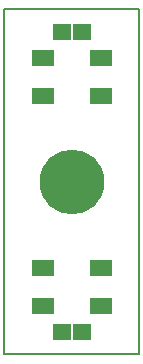
<source format=gts>
G04 #@! TF.FileFunction,Soldermask,Top*
%FSLAX46Y46*%
G04 Gerber Fmt 4.6, Leading zero omitted, Abs format (unit mm)*
G04 Created by KiCad (PCBNEW (2016-05-03 BZR 6266)-product) date Mon Jul 11 04:52:19 2016*
%MOMM*%
%LPD*%
G01*
G04 APERTURE LIST*
%ADD10C,0.350000*%
%ADD11C,0.150000*%
%ADD12R,1.900000X1.400000*%
%ADD13R,1.500000X1.400000*%
%ADD14C,5.480000*%
G04 APERTURE END LIST*
D10*
D11*
X140335000Y-86995000D02*
X140335000Y-116205000D01*
X151765000Y-86995000D02*
X140335000Y-86995000D01*
X151765000Y-116205000D02*
X151765000Y-86995000D01*
X140335000Y-116205000D02*
X151765000Y-116205000D01*
D12*
X148500000Y-91110000D03*
X143600000Y-91110000D03*
X143600000Y-94310000D03*
X148500000Y-94310000D03*
D13*
X146900000Y-88900000D03*
X145200000Y-88900000D03*
X146900000Y-114300000D03*
X145200000Y-114300000D03*
D14*
X146050000Y-101600000D03*
D12*
X148500000Y-108890000D03*
X143600000Y-108890000D03*
X143600000Y-112090000D03*
X148500000Y-112090000D03*
M02*

</source>
